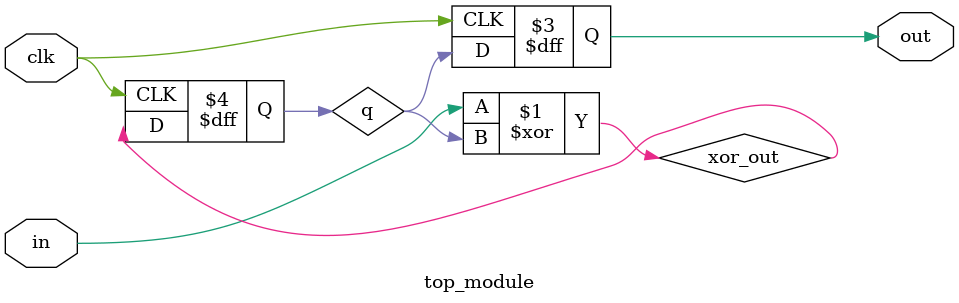
<source format=sv>
module top_module (
	input clk,
	input in,
	output logic out
);

  reg q;
  wire xor_out;

  assign xor_out = in ^ q;
  
  always @(posedge clk) begin 
    q <= xor_out;
    out <= q;
  end
  
endmodule

</source>
